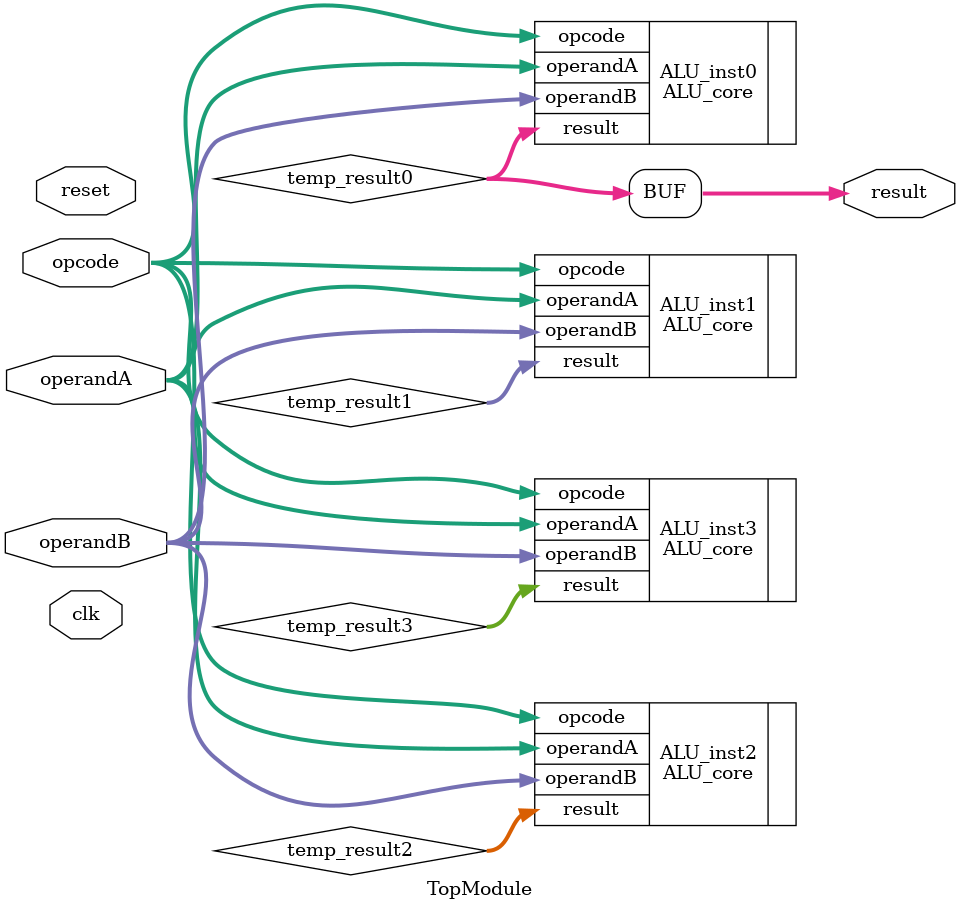
<source format=v>
module TopModule (
  input wire clk,
  input wire reset,
  input wire [7:0] operandA,
  input wire [7:0] operandB,
  input wire [2:0] opcode,
  output wire [15:0] result
);

  // Declare temporary wires for intermediate results
  wire [15:0] temp_result0, temp_result1, temp_result2, temp_result3;

  // Declare multiple ALU cores
  ALU_core ALU_inst0 (
    .operandA(operandA),
    .operandB(operandB),
    .opcode(opcode),
    .result(temp_result0) // Output result for the first core
  );

  ALU_core ALU_inst1 (
    .operandA(operandA),
    .operandB(operandB),
    .opcode(opcode),
    .result(temp_result1) // Output result for the second core
  );

  ALU_core ALU_inst2 (
    .operandA(operandA),
    .operandB(operandB),
    .opcode(opcode),
    .result(temp_result2) // Output result for the third core
  );

  ALU_core ALU_inst3 (
    .operandA(operandA),
    .operandB(operandB),
    .opcode(opcode),
    .result(temp_result3) // Output result for the fourth core
  );

  // Connect the intermediate results to the final result
  assign result = {temp_result3, temp_result2, temp_result1, temp_result0};

  // Clock and reset distribution
  always @(posedge clk or posedge reset) begin
    if (reset) begin
      // Reset logic
      // You may need to reset internal signals of each ALU core here
    end
    // Other clocked logic, if any
  end
endmodule


</source>
